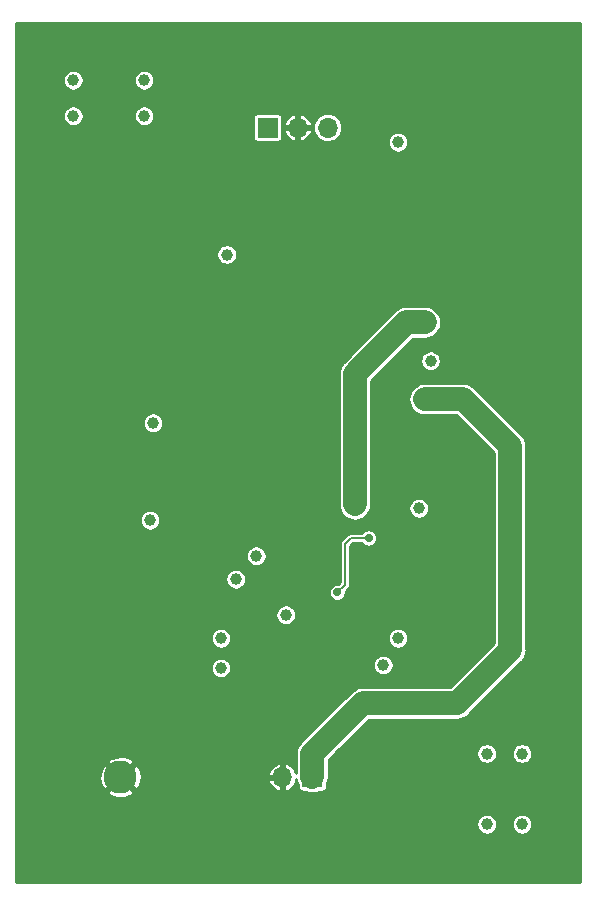
<source format=gbr>
G04 #@! TF.GenerationSoftware,KiCad,Pcbnew,5.1.4*
G04 #@! TF.CreationDate,2019-11-05T22:35:51-05:00*
G04 #@! TF.ProjectId,24_regulator_demo,32345f72-6567-4756-9c61-746f725f6465,rev?*
G04 #@! TF.SameCoordinates,Original*
G04 #@! TF.FileFunction,Copper,L2,Bot*
G04 #@! TF.FilePolarity,Positive*
%FSLAX46Y46*%
G04 Gerber Fmt 4.6, Leading zero omitted, Abs format (unit mm)*
G04 Created by KiCad (PCBNEW 5.1.4) date 2019-11-05 22:35:51*
%MOMM*%
%LPD*%
G04 APERTURE LIST*
%ADD10R,1.700000X1.700000*%
%ADD11O,1.700000X1.700000*%
%ADD12C,2.800000*%
%ADD13C,1.000000*%
%ADD14C,0.700000*%
%ADD15C,0.150000*%
%ADD16C,2.000000*%
%ADD17C,0.250000*%
G04 APERTURE END LIST*
D10*
X226250000Y-165000000D03*
D11*
X223710000Y-165000000D03*
D10*
X222460000Y-110000000D03*
D11*
X225000000Y-110000000D03*
X227540000Y-110000000D03*
D12*
X210000000Y-165000000D03*
D13*
X241000000Y-163000000D03*
X244000000Y-163000000D03*
X206000000Y-106000000D03*
X206000000Y-109000000D03*
X241000000Y-169000000D03*
X244000000Y-169000000D03*
X212000000Y-106000000D03*
X212000000Y-109000000D03*
X218500000Y-155750000D03*
X212750000Y-135000000D03*
X219000000Y-120750000D03*
X212500000Y-143250000D03*
X218500000Y-153250000D03*
X235250000Y-142250000D03*
X224000000Y-151250000D03*
X219750000Y-148250000D03*
X221500000Y-146250000D03*
X233500000Y-153250000D03*
X232250000Y-155500000D03*
X236250000Y-129750000D03*
X233500000Y-111250000D03*
D14*
X233250000Y-166000000D03*
X226100000Y-144900000D03*
X227000000Y-144900000D03*
X226100000Y-145700000D03*
X227000000Y-145700000D03*
X227900000Y-144900000D03*
X227900000Y-145700000D03*
X226100000Y-146500000D03*
X227000000Y-146500000D03*
X227900000Y-146500000D03*
X226100000Y-147300000D03*
X227000000Y-147300000D03*
X227900000Y-147300000D03*
X226100000Y-148100000D03*
X227000000Y-148100000D03*
X227900000Y-148100000D03*
X235900000Y-146800000D03*
X236700000Y-146800000D03*
X235100000Y-146800000D03*
X210250000Y-115500000D03*
X243000000Y-115500000D03*
X223750000Y-156000000D03*
X228250000Y-154000000D03*
X219241445Y-150241445D03*
X226250000Y-129000000D03*
X225250000Y-129000000D03*
X225250000Y-130000000D03*
X227250000Y-133750000D03*
X227250000Y-134750000D03*
X226250000Y-134750000D03*
X228000000Y-138750000D03*
X228000000Y-139750000D03*
X224500000Y-125500000D03*
X227000000Y-118500000D03*
X227000000Y-119500000D03*
X226000000Y-119500000D03*
X226000000Y-118500000D03*
X228000000Y-115000000D03*
X226250000Y-133750000D03*
X226250000Y-130000000D03*
X236500000Y-132500000D03*
X236500000Y-133500000D03*
X235500000Y-133500000D03*
X235500000Y-132500000D03*
X228350000Y-149350000D03*
X231000000Y-144750000D03*
X230250000Y-142250000D03*
X229500000Y-142250000D03*
X229500000Y-141500000D03*
X230250000Y-141500000D03*
X235300000Y-126100000D03*
X236100000Y-126100000D03*
X236100000Y-126900000D03*
X235300000Y-126900000D03*
D15*
X228350000Y-149350000D02*
X229000000Y-148700000D01*
X229000000Y-148700000D02*
X229000000Y-145250000D01*
X229000000Y-145250000D02*
X229500000Y-144750000D01*
X229500000Y-144750000D02*
X231000000Y-144750000D01*
D16*
X239000000Y-133000000D02*
X235750000Y-133000000D01*
X243000000Y-137000000D02*
X239000000Y-133000000D01*
X238500000Y-158750000D02*
X243000000Y-154250000D01*
X243000000Y-154250000D02*
X243000000Y-137000000D01*
X226250000Y-165000000D02*
X226250000Y-163000000D01*
X226250000Y-163000000D02*
X230500000Y-158750000D01*
X230500000Y-158750000D02*
X238500000Y-158750000D01*
X234200000Y-126500000D02*
X235750000Y-126500000D01*
X229850000Y-141900000D02*
X229850000Y-130850000D01*
X229850000Y-130850000D02*
X234200000Y-126500000D01*
D17*
G36*
X248875000Y-173875000D02*
G01*
X201125000Y-173875000D01*
X201125000Y-168913820D01*
X240125000Y-168913820D01*
X240125000Y-169086180D01*
X240158626Y-169255228D01*
X240224585Y-169414468D01*
X240320343Y-169557780D01*
X240442220Y-169679657D01*
X240585532Y-169775415D01*
X240744772Y-169841374D01*
X240913820Y-169875000D01*
X241086180Y-169875000D01*
X241255228Y-169841374D01*
X241414468Y-169775415D01*
X241557780Y-169679657D01*
X241679657Y-169557780D01*
X241775415Y-169414468D01*
X241841374Y-169255228D01*
X241875000Y-169086180D01*
X241875000Y-168913820D01*
X243125000Y-168913820D01*
X243125000Y-169086180D01*
X243158626Y-169255228D01*
X243224585Y-169414468D01*
X243320343Y-169557780D01*
X243442220Y-169679657D01*
X243585532Y-169775415D01*
X243744772Y-169841374D01*
X243913820Y-169875000D01*
X244086180Y-169875000D01*
X244255228Y-169841374D01*
X244414468Y-169775415D01*
X244557780Y-169679657D01*
X244679657Y-169557780D01*
X244775415Y-169414468D01*
X244841374Y-169255228D01*
X244875000Y-169086180D01*
X244875000Y-168913820D01*
X244841374Y-168744772D01*
X244775415Y-168585532D01*
X244679657Y-168442220D01*
X244557780Y-168320343D01*
X244414468Y-168224585D01*
X244255228Y-168158626D01*
X244086180Y-168125000D01*
X243913820Y-168125000D01*
X243744772Y-168158626D01*
X243585532Y-168224585D01*
X243442220Y-168320343D01*
X243320343Y-168442220D01*
X243224585Y-168585532D01*
X243158626Y-168744772D01*
X243125000Y-168913820D01*
X241875000Y-168913820D01*
X241841374Y-168744772D01*
X241775415Y-168585532D01*
X241679657Y-168442220D01*
X241557780Y-168320343D01*
X241414468Y-168224585D01*
X241255228Y-168158626D01*
X241086180Y-168125000D01*
X240913820Y-168125000D01*
X240744772Y-168158626D01*
X240585532Y-168224585D01*
X240442220Y-168320343D01*
X240320343Y-168442220D01*
X240224585Y-168585532D01*
X240158626Y-168744772D01*
X240125000Y-168913820D01*
X201125000Y-168913820D01*
X201125000Y-166280010D01*
X208896766Y-166280010D01*
X209055339Y-166512878D01*
X209368638Y-166668103D01*
X209706201Y-166759223D01*
X210055053Y-166782737D01*
X210401790Y-166737742D01*
X210733087Y-166625967D01*
X210944661Y-166512878D01*
X211103234Y-166280010D01*
X210000000Y-165176777D01*
X208896766Y-166280010D01*
X201125000Y-166280010D01*
X201125000Y-165055053D01*
X208217263Y-165055053D01*
X208262258Y-165401790D01*
X208374033Y-165733087D01*
X208487122Y-165944661D01*
X208719990Y-166103234D01*
X209823223Y-165000000D01*
X210176777Y-165000000D01*
X211280010Y-166103234D01*
X211512878Y-165944661D01*
X211668103Y-165631362D01*
X211753744Y-165314094D01*
X222525945Y-165314094D01*
X222609973Y-165539056D01*
X222736274Y-165743303D01*
X222899995Y-165918985D01*
X223094844Y-166059351D01*
X223313333Y-166159007D01*
X223395907Y-166184049D01*
X223585000Y-166124323D01*
X223585000Y-165125000D01*
X222585138Y-165125000D01*
X222525945Y-165314094D01*
X211753744Y-165314094D01*
X211759223Y-165293799D01*
X211782737Y-164944947D01*
X211749123Y-164685906D01*
X222525945Y-164685906D01*
X222585138Y-164875000D01*
X223585000Y-164875000D01*
X223585000Y-163875677D01*
X223835000Y-163875677D01*
X223835000Y-164875000D01*
X223855000Y-164875000D01*
X223855000Y-165125000D01*
X223835000Y-165125000D01*
X223835000Y-166124323D01*
X224024093Y-166184049D01*
X224106667Y-166159007D01*
X224325156Y-166059351D01*
X224520005Y-165918985D01*
X224683726Y-165743303D01*
X224810027Y-165539056D01*
X224894055Y-165314094D01*
X224834863Y-165125002D01*
X224880659Y-165125002D01*
X224894895Y-165269546D01*
X224973519Y-165528735D01*
X225023186Y-165621655D01*
X225023186Y-165850000D01*
X225030426Y-165923513D01*
X225051869Y-165994200D01*
X225086691Y-166059347D01*
X225133552Y-166116448D01*
X225190653Y-166163309D01*
X225255800Y-166198131D01*
X225326487Y-166219574D01*
X225400000Y-166226814D01*
X225628344Y-166226814D01*
X225721264Y-166276481D01*
X225980453Y-166355105D01*
X226250000Y-166381653D01*
X226519546Y-166355105D01*
X226778735Y-166276481D01*
X226871655Y-166226814D01*
X227100000Y-166226814D01*
X227173513Y-166219574D01*
X227244200Y-166198131D01*
X227309347Y-166163309D01*
X227366448Y-166116448D01*
X227413309Y-166059347D01*
X227448131Y-165994200D01*
X227469574Y-165923513D01*
X227476814Y-165850000D01*
X227476814Y-165621656D01*
X227526481Y-165528736D01*
X227605105Y-165269547D01*
X227625000Y-165067549D01*
X227625000Y-163569543D01*
X228280723Y-162913820D01*
X240125000Y-162913820D01*
X240125000Y-163086180D01*
X240158626Y-163255228D01*
X240224585Y-163414468D01*
X240320343Y-163557780D01*
X240442220Y-163679657D01*
X240585532Y-163775415D01*
X240744772Y-163841374D01*
X240913820Y-163875000D01*
X241086180Y-163875000D01*
X241255228Y-163841374D01*
X241414468Y-163775415D01*
X241557780Y-163679657D01*
X241679657Y-163557780D01*
X241775415Y-163414468D01*
X241841374Y-163255228D01*
X241875000Y-163086180D01*
X241875000Y-162913820D01*
X243125000Y-162913820D01*
X243125000Y-163086180D01*
X243158626Y-163255228D01*
X243224585Y-163414468D01*
X243320343Y-163557780D01*
X243442220Y-163679657D01*
X243585532Y-163775415D01*
X243744772Y-163841374D01*
X243913820Y-163875000D01*
X244086180Y-163875000D01*
X244255228Y-163841374D01*
X244414468Y-163775415D01*
X244557780Y-163679657D01*
X244679657Y-163557780D01*
X244775415Y-163414468D01*
X244841374Y-163255228D01*
X244875000Y-163086180D01*
X244875000Y-162913820D01*
X244841374Y-162744772D01*
X244775415Y-162585532D01*
X244679657Y-162442220D01*
X244557780Y-162320343D01*
X244414468Y-162224585D01*
X244255228Y-162158626D01*
X244086180Y-162125000D01*
X243913820Y-162125000D01*
X243744772Y-162158626D01*
X243585532Y-162224585D01*
X243442220Y-162320343D01*
X243320343Y-162442220D01*
X243224585Y-162585532D01*
X243158626Y-162744772D01*
X243125000Y-162913820D01*
X241875000Y-162913820D01*
X241841374Y-162744772D01*
X241775415Y-162585532D01*
X241679657Y-162442220D01*
X241557780Y-162320343D01*
X241414468Y-162224585D01*
X241255228Y-162158626D01*
X241086180Y-162125000D01*
X240913820Y-162125000D01*
X240744772Y-162158626D01*
X240585532Y-162224585D01*
X240442220Y-162320343D01*
X240320343Y-162442220D01*
X240224585Y-162585532D01*
X240158626Y-162744772D01*
X240125000Y-162913820D01*
X228280723Y-162913820D01*
X231069544Y-160125000D01*
X238432461Y-160125000D01*
X238500000Y-160131652D01*
X238567539Y-160125000D01*
X238567549Y-160125000D01*
X238769547Y-160105105D01*
X239028736Y-160026481D01*
X239267605Y-159898802D01*
X239476976Y-159726976D01*
X239520037Y-159674506D01*
X243924516Y-155270028D01*
X243976975Y-155226976D01*
X244020028Y-155174516D01*
X244020036Y-155174508D01*
X244148802Y-155017606D01*
X244276481Y-154778736D01*
X244276481Y-154778735D01*
X244355105Y-154519547D01*
X244375000Y-154317549D01*
X244375000Y-154317540D01*
X244381652Y-154250001D01*
X244375000Y-154182462D01*
X244375000Y-137067538D01*
X244381652Y-136999999D01*
X244375000Y-136932460D01*
X244375000Y-136932451D01*
X244355105Y-136730453D01*
X244276481Y-136471264D01*
X244148802Y-136232394D01*
X244020036Y-136075492D01*
X244020032Y-136075488D01*
X243976976Y-136023024D01*
X243924512Y-135979968D01*
X240020037Y-132075493D01*
X239976976Y-132023024D01*
X239767605Y-131851198D01*
X239528736Y-131723519D01*
X239269547Y-131644895D01*
X239067549Y-131625000D01*
X239067539Y-131625000D01*
X239000000Y-131618348D01*
X238932461Y-131625000D01*
X235682451Y-131625000D01*
X235480453Y-131644895D01*
X235221264Y-131723519D01*
X234982395Y-131851198D01*
X234773024Y-132023024D01*
X234601198Y-132232395D01*
X234473519Y-132471264D01*
X234394895Y-132730453D01*
X234368347Y-133000000D01*
X234394895Y-133269547D01*
X234473519Y-133528736D01*
X234601198Y-133767605D01*
X234773024Y-133976976D01*
X234982395Y-134148802D01*
X235221264Y-134276481D01*
X235480453Y-134355105D01*
X235682451Y-134375000D01*
X238430457Y-134375000D01*
X241625001Y-137569545D01*
X241625000Y-153680456D01*
X237930457Y-157375000D01*
X230567539Y-157375000D01*
X230500000Y-157368348D01*
X230432461Y-157375000D01*
X230432451Y-157375000D01*
X230230453Y-157394895D01*
X229971264Y-157473519D01*
X229732394Y-157601198D01*
X229575492Y-157729964D01*
X229575488Y-157729968D01*
X229523024Y-157773024D01*
X229479968Y-157825488D01*
X225325489Y-161979968D01*
X225273025Y-162023024D01*
X225229969Y-162075488D01*
X225229964Y-162075493D01*
X225101198Y-162232395D01*
X224973519Y-162471265D01*
X224894896Y-162730454D01*
X224868348Y-163000000D01*
X224875001Y-163067548D01*
X224875000Y-164634892D01*
X224810027Y-164460944D01*
X224683726Y-164256697D01*
X224520005Y-164081015D01*
X224325156Y-163940649D01*
X224106667Y-163840993D01*
X224024093Y-163815951D01*
X223835000Y-163875677D01*
X223585000Y-163875677D01*
X223395907Y-163815951D01*
X223313333Y-163840993D01*
X223094844Y-163940649D01*
X222899995Y-164081015D01*
X222736274Y-164256697D01*
X222609973Y-164460944D01*
X222525945Y-164685906D01*
X211749123Y-164685906D01*
X211737742Y-164598210D01*
X211625967Y-164266913D01*
X211512878Y-164055339D01*
X211280010Y-163896766D01*
X210176777Y-165000000D01*
X209823223Y-165000000D01*
X208719990Y-163896766D01*
X208487122Y-164055339D01*
X208331897Y-164368638D01*
X208240777Y-164706201D01*
X208217263Y-165055053D01*
X201125000Y-165055053D01*
X201125000Y-163719990D01*
X208896766Y-163719990D01*
X210000000Y-164823223D01*
X211103234Y-163719990D01*
X210944661Y-163487122D01*
X210631362Y-163331897D01*
X210293799Y-163240777D01*
X209944947Y-163217263D01*
X209598210Y-163262258D01*
X209266913Y-163374033D01*
X209055339Y-163487122D01*
X208896766Y-163719990D01*
X201125000Y-163719990D01*
X201125000Y-155663820D01*
X217625000Y-155663820D01*
X217625000Y-155836180D01*
X217658626Y-156005228D01*
X217724585Y-156164468D01*
X217820343Y-156307780D01*
X217942220Y-156429657D01*
X218085532Y-156525415D01*
X218244772Y-156591374D01*
X218413820Y-156625000D01*
X218586180Y-156625000D01*
X218755228Y-156591374D01*
X218914468Y-156525415D01*
X219057780Y-156429657D01*
X219179657Y-156307780D01*
X219275415Y-156164468D01*
X219341374Y-156005228D01*
X219375000Y-155836180D01*
X219375000Y-155663820D01*
X219341374Y-155494772D01*
X219307843Y-155413820D01*
X231375000Y-155413820D01*
X231375000Y-155586180D01*
X231408626Y-155755228D01*
X231474585Y-155914468D01*
X231570343Y-156057780D01*
X231692220Y-156179657D01*
X231835532Y-156275415D01*
X231994772Y-156341374D01*
X232163820Y-156375000D01*
X232336180Y-156375000D01*
X232505228Y-156341374D01*
X232664468Y-156275415D01*
X232807780Y-156179657D01*
X232929657Y-156057780D01*
X233025415Y-155914468D01*
X233091374Y-155755228D01*
X233125000Y-155586180D01*
X233125000Y-155413820D01*
X233091374Y-155244772D01*
X233025415Y-155085532D01*
X232929657Y-154942220D01*
X232807780Y-154820343D01*
X232664468Y-154724585D01*
X232505228Y-154658626D01*
X232336180Y-154625000D01*
X232163820Y-154625000D01*
X231994772Y-154658626D01*
X231835532Y-154724585D01*
X231692220Y-154820343D01*
X231570343Y-154942220D01*
X231474585Y-155085532D01*
X231408626Y-155244772D01*
X231375000Y-155413820D01*
X219307843Y-155413820D01*
X219275415Y-155335532D01*
X219179657Y-155192220D01*
X219057780Y-155070343D01*
X218914468Y-154974585D01*
X218755228Y-154908626D01*
X218586180Y-154875000D01*
X218413820Y-154875000D01*
X218244772Y-154908626D01*
X218085532Y-154974585D01*
X217942220Y-155070343D01*
X217820343Y-155192220D01*
X217724585Y-155335532D01*
X217658626Y-155494772D01*
X217625000Y-155663820D01*
X201125000Y-155663820D01*
X201125000Y-153163820D01*
X217625000Y-153163820D01*
X217625000Y-153336180D01*
X217658626Y-153505228D01*
X217724585Y-153664468D01*
X217820343Y-153807780D01*
X217942220Y-153929657D01*
X218085532Y-154025415D01*
X218244772Y-154091374D01*
X218413820Y-154125000D01*
X218586180Y-154125000D01*
X218755228Y-154091374D01*
X218914468Y-154025415D01*
X219057780Y-153929657D01*
X219179657Y-153807780D01*
X219275415Y-153664468D01*
X219341374Y-153505228D01*
X219375000Y-153336180D01*
X219375000Y-153163820D01*
X232625000Y-153163820D01*
X232625000Y-153336180D01*
X232658626Y-153505228D01*
X232724585Y-153664468D01*
X232820343Y-153807780D01*
X232942220Y-153929657D01*
X233085532Y-154025415D01*
X233244772Y-154091374D01*
X233413820Y-154125000D01*
X233586180Y-154125000D01*
X233755228Y-154091374D01*
X233914468Y-154025415D01*
X234057780Y-153929657D01*
X234179657Y-153807780D01*
X234275415Y-153664468D01*
X234341374Y-153505228D01*
X234375000Y-153336180D01*
X234375000Y-153163820D01*
X234341374Y-152994772D01*
X234275415Y-152835532D01*
X234179657Y-152692220D01*
X234057780Y-152570343D01*
X233914468Y-152474585D01*
X233755228Y-152408626D01*
X233586180Y-152375000D01*
X233413820Y-152375000D01*
X233244772Y-152408626D01*
X233085532Y-152474585D01*
X232942220Y-152570343D01*
X232820343Y-152692220D01*
X232724585Y-152835532D01*
X232658626Y-152994772D01*
X232625000Y-153163820D01*
X219375000Y-153163820D01*
X219341374Y-152994772D01*
X219275415Y-152835532D01*
X219179657Y-152692220D01*
X219057780Y-152570343D01*
X218914468Y-152474585D01*
X218755228Y-152408626D01*
X218586180Y-152375000D01*
X218413820Y-152375000D01*
X218244772Y-152408626D01*
X218085532Y-152474585D01*
X217942220Y-152570343D01*
X217820343Y-152692220D01*
X217724585Y-152835532D01*
X217658626Y-152994772D01*
X217625000Y-153163820D01*
X201125000Y-153163820D01*
X201125000Y-151163820D01*
X223125000Y-151163820D01*
X223125000Y-151336180D01*
X223158626Y-151505228D01*
X223224585Y-151664468D01*
X223320343Y-151807780D01*
X223442220Y-151929657D01*
X223585532Y-152025415D01*
X223744772Y-152091374D01*
X223913820Y-152125000D01*
X224086180Y-152125000D01*
X224255228Y-152091374D01*
X224414468Y-152025415D01*
X224557780Y-151929657D01*
X224679657Y-151807780D01*
X224775415Y-151664468D01*
X224841374Y-151505228D01*
X224875000Y-151336180D01*
X224875000Y-151163820D01*
X224841374Y-150994772D01*
X224775415Y-150835532D01*
X224679657Y-150692220D01*
X224557780Y-150570343D01*
X224414468Y-150474585D01*
X224255228Y-150408626D01*
X224086180Y-150375000D01*
X223913820Y-150375000D01*
X223744772Y-150408626D01*
X223585532Y-150474585D01*
X223442220Y-150570343D01*
X223320343Y-150692220D01*
X223224585Y-150835532D01*
X223158626Y-150994772D01*
X223125000Y-151163820D01*
X201125000Y-151163820D01*
X201125000Y-149278594D01*
X227625000Y-149278594D01*
X227625000Y-149421406D01*
X227652861Y-149561475D01*
X227707513Y-149693416D01*
X227786856Y-149812161D01*
X227887839Y-149913144D01*
X228006584Y-149992487D01*
X228138525Y-150047139D01*
X228278594Y-150075000D01*
X228421406Y-150075000D01*
X228561475Y-150047139D01*
X228693416Y-149992487D01*
X228812161Y-149913144D01*
X228913144Y-149812161D01*
X228992487Y-149693416D01*
X229047139Y-149561475D01*
X229075000Y-149421406D01*
X229075000Y-149278594D01*
X229072147Y-149264249D01*
X229302573Y-149033823D01*
X229319737Y-149019737D01*
X229333824Y-149002572D01*
X229333828Y-149002568D01*
X229375971Y-148951217D01*
X229417757Y-148873041D01*
X229417757Y-148873040D01*
X229443489Y-148788215D01*
X229450000Y-148722105D01*
X229450000Y-148722094D01*
X229452176Y-148700000D01*
X229450000Y-148677906D01*
X229450000Y-145436395D01*
X229686396Y-145200000D01*
X230428730Y-145200000D01*
X230436856Y-145212161D01*
X230537839Y-145313144D01*
X230656584Y-145392487D01*
X230788525Y-145447139D01*
X230928594Y-145475000D01*
X231071406Y-145475000D01*
X231211475Y-145447139D01*
X231343416Y-145392487D01*
X231462161Y-145313144D01*
X231563144Y-145212161D01*
X231642487Y-145093416D01*
X231697139Y-144961475D01*
X231725000Y-144821406D01*
X231725000Y-144678594D01*
X231697139Y-144538525D01*
X231642487Y-144406584D01*
X231563144Y-144287839D01*
X231462161Y-144186856D01*
X231343416Y-144107513D01*
X231211475Y-144052861D01*
X231071406Y-144025000D01*
X230928594Y-144025000D01*
X230788525Y-144052861D01*
X230656584Y-144107513D01*
X230537839Y-144186856D01*
X230436856Y-144287839D01*
X230428730Y-144300000D01*
X229522094Y-144300000D01*
X229500000Y-144297824D01*
X229477906Y-144300000D01*
X229477895Y-144300000D01*
X229411785Y-144306511D01*
X229326959Y-144332243D01*
X229248783Y-144374029D01*
X229197432Y-144416172D01*
X229197428Y-144416176D01*
X229180263Y-144430263D01*
X229166176Y-144447428D01*
X228697429Y-144916176D01*
X228680264Y-144930263D01*
X228666177Y-144947428D01*
X228666172Y-144947433D01*
X228624029Y-144998784D01*
X228582243Y-145076960D01*
X228556512Y-145161785D01*
X228547824Y-145250000D01*
X228550001Y-145272104D01*
X228550000Y-148513604D01*
X228435751Y-148627853D01*
X228421406Y-148625000D01*
X228278594Y-148625000D01*
X228138525Y-148652861D01*
X228006584Y-148707513D01*
X227887839Y-148786856D01*
X227786856Y-148887839D01*
X227707513Y-149006584D01*
X227652861Y-149138525D01*
X227625000Y-149278594D01*
X201125000Y-149278594D01*
X201125000Y-148163820D01*
X218875000Y-148163820D01*
X218875000Y-148336180D01*
X218908626Y-148505228D01*
X218974585Y-148664468D01*
X219070343Y-148807780D01*
X219192220Y-148929657D01*
X219335532Y-149025415D01*
X219494772Y-149091374D01*
X219663820Y-149125000D01*
X219836180Y-149125000D01*
X220005228Y-149091374D01*
X220164468Y-149025415D01*
X220307780Y-148929657D01*
X220429657Y-148807780D01*
X220525415Y-148664468D01*
X220591374Y-148505228D01*
X220625000Y-148336180D01*
X220625000Y-148163820D01*
X220591374Y-147994772D01*
X220525415Y-147835532D01*
X220429657Y-147692220D01*
X220307780Y-147570343D01*
X220164468Y-147474585D01*
X220005228Y-147408626D01*
X219836180Y-147375000D01*
X219663820Y-147375000D01*
X219494772Y-147408626D01*
X219335532Y-147474585D01*
X219192220Y-147570343D01*
X219070343Y-147692220D01*
X218974585Y-147835532D01*
X218908626Y-147994772D01*
X218875000Y-148163820D01*
X201125000Y-148163820D01*
X201125000Y-146163820D01*
X220625000Y-146163820D01*
X220625000Y-146336180D01*
X220658626Y-146505228D01*
X220724585Y-146664468D01*
X220820343Y-146807780D01*
X220942220Y-146929657D01*
X221085532Y-147025415D01*
X221244772Y-147091374D01*
X221413820Y-147125000D01*
X221586180Y-147125000D01*
X221755228Y-147091374D01*
X221914468Y-147025415D01*
X222057780Y-146929657D01*
X222179657Y-146807780D01*
X222275415Y-146664468D01*
X222341374Y-146505228D01*
X222375000Y-146336180D01*
X222375000Y-146163820D01*
X222341374Y-145994772D01*
X222275415Y-145835532D01*
X222179657Y-145692220D01*
X222057780Y-145570343D01*
X221914468Y-145474585D01*
X221755228Y-145408626D01*
X221586180Y-145375000D01*
X221413820Y-145375000D01*
X221244772Y-145408626D01*
X221085532Y-145474585D01*
X220942220Y-145570343D01*
X220820343Y-145692220D01*
X220724585Y-145835532D01*
X220658626Y-145994772D01*
X220625000Y-146163820D01*
X201125000Y-146163820D01*
X201125000Y-143163820D01*
X211625000Y-143163820D01*
X211625000Y-143336180D01*
X211658626Y-143505228D01*
X211724585Y-143664468D01*
X211820343Y-143807780D01*
X211942220Y-143929657D01*
X212085532Y-144025415D01*
X212244772Y-144091374D01*
X212413820Y-144125000D01*
X212586180Y-144125000D01*
X212755228Y-144091374D01*
X212914468Y-144025415D01*
X213057780Y-143929657D01*
X213179657Y-143807780D01*
X213275415Y-143664468D01*
X213341374Y-143505228D01*
X213375000Y-143336180D01*
X213375000Y-143163820D01*
X213341374Y-142994772D01*
X213275415Y-142835532D01*
X213179657Y-142692220D01*
X213057780Y-142570343D01*
X212914468Y-142474585D01*
X212755228Y-142408626D01*
X212586180Y-142375000D01*
X212413820Y-142375000D01*
X212244772Y-142408626D01*
X212085532Y-142474585D01*
X211942220Y-142570343D01*
X211820343Y-142692220D01*
X211724585Y-142835532D01*
X211658626Y-142994772D01*
X211625000Y-143163820D01*
X201125000Y-143163820D01*
X201125000Y-134913820D01*
X211875000Y-134913820D01*
X211875000Y-135086180D01*
X211908626Y-135255228D01*
X211974585Y-135414468D01*
X212070343Y-135557780D01*
X212192220Y-135679657D01*
X212335532Y-135775415D01*
X212494772Y-135841374D01*
X212663820Y-135875000D01*
X212836180Y-135875000D01*
X213005228Y-135841374D01*
X213164468Y-135775415D01*
X213307780Y-135679657D01*
X213429657Y-135557780D01*
X213525415Y-135414468D01*
X213591374Y-135255228D01*
X213625000Y-135086180D01*
X213625000Y-134913820D01*
X213591374Y-134744772D01*
X213525415Y-134585532D01*
X213429657Y-134442220D01*
X213307780Y-134320343D01*
X213164468Y-134224585D01*
X213005228Y-134158626D01*
X212836180Y-134125000D01*
X212663820Y-134125000D01*
X212494772Y-134158626D01*
X212335532Y-134224585D01*
X212192220Y-134320343D01*
X212070343Y-134442220D01*
X211974585Y-134585532D01*
X211908626Y-134744772D01*
X211875000Y-134913820D01*
X201125000Y-134913820D01*
X201125000Y-130850000D01*
X228468348Y-130850000D01*
X228475001Y-130917549D01*
X228475000Y-141967548D01*
X228494895Y-142169546D01*
X228573519Y-142428735D01*
X228701198Y-142667604D01*
X228873024Y-142876975D01*
X229082395Y-143048802D01*
X229321264Y-143176481D01*
X229580453Y-143255105D01*
X229850000Y-143281653D01*
X230119546Y-143255105D01*
X230378735Y-143176481D01*
X230617604Y-143048802D01*
X230826975Y-142876976D01*
X230998802Y-142667605D01*
X231126481Y-142428736D01*
X231205105Y-142169547D01*
X231205669Y-142163820D01*
X234375000Y-142163820D01*
X234375000Y-142336180D01*
X234408626Y-142505228D01*
X234474585Y-142664468D01*
X234570343Y-142807780D01*
X234692220Y-142929657D01*
X234835532Y-143025415D01*
X234994772Y-143091374D01*
X235163820Y-143125000D01*
X235336180Y-143125000D01*
X235505228Y-143091374D01*
X235664468Y-143025415D01*
X235807780Y-142929657D01*
X235929657Y-142807780D01*
X236025415Y-142664468D01*
X236091374Y-142505228D01*
X236125000Y-142336180D01*
X236125000Y-142163820D01*
X236091374Y-141994772D01*
X236025415Y-141835532D01*
X235929657Y-141692220D01*
X235807780Y-141570343D01*
X235664468Y-141474585D01*
X235505228Y-141408626D01*
X235336180Y-141375000D01*
X235163820Y-141375000D01*
X234994772Y-141408626D01*
X234835532Y-141474585D01*
X234692220Y-141570343D01*
X234570343Y-141692220D01*
X234474585Y-141835532D01*
X234408626Y-141994772D01*
X234375000Y-142163820D01*
X231205669Y-142163820D01*
X231225000Y-141967549D01*
X231225000Y-131419543D01*
X232980723Y-129663820D01*
X235375000Y-129663820D01*
X235375000Y-129836180D01*
X235408626Y-130005228D01*
X235474585Y-130164468D01*
X235570343Y-130307780D01*
X235692220Y-130429657D01*
X235835532Y-130525415D01*
X235994772Y-130591374D01*
X236163820Y-130625000D01*
X236336180Y-130625000D01*
X236505228Y-130591374D01*
X236664468Y-130525415D01*
X236807780Y-130429657D01*
X236929657Y-130307780D01*
X237025415Y-130164468D01*
X237091374Y-130005228D01*
X237125000Y-129836180D01*
X237125000Y-129663820D01*
X237091374Y-129494772D01*
X237025415Y-129335532D01*
X236929657Y-129192220D01*
X236807780Y-129070343D01*
X236664468Y-128974585D01*
X236505228Y-128908626D01*
X236336180Y-128875000D01*
X236163820Y-128875000D01*
X235994772Y-128908626D01*
X235835532Y-128974585D01*
X235692220Y-129070343D01*
X235570343Y-129192220D01*
X235474585Y-129335532D01*
X235408626Y-129494772D01*
X235375000Y-129663820D01*
X232980723Y-129663820D01*
X234769544Y-127875000D01*
X235817549Y-127875000D01*
X236019547Y-127855105D01*
X236278736Y-127776481D01*
X236517605Y-127648802D01*
X236726976Y-127476976D01*
X236898802Y-127267605D01*
X237026481Y-127028736D01*
X237105105Y-126769547D01*
X237131653Y-126500000D01*
X237105105Y-126230453D01*
X237026481Y-125971264D01*
X236898802Y-125732395D01*
X236726976Y-125523024D01*
X236517605Y-125351198D01*
X236278736Y-125223519D01*
X236019547Y-125144895D01*
X235817549Y-125125000D01*
X234267539Y-125125000D01*
X234200000Y-125118348D01*
X234132461Y-125125000D01*
X234132451Y-125125000D01*
X233930453Y-125144895D01*
X233671264Y-125223519D01*
X233432394Y-125351198D01*
X233275492Y-125479964D01*
X233275488Y-125479968D01*
X233223024Y-125523024D01*
X233179968Y-125575488D01*
X228925489Y-129829968D01*
X228873025Y-129873024D01*
X228829969Y-129925488D01*
X228829964Y-129925493D01*
X228701198Y-130082395D01*
X228573519Y-130321265D01*
X228494896Y-130580454D01*
X228468348Y-130850000D01*
X201125000Y-130850000D01*
X201125000Y-120663820D01*
X218125000Y-120663820D01*
X218125000Y-120836180D01*
X218158626Y-121005228D01*
X218224585Y-121164468D01*
X218320343Y-121307780D01*
X218442220Y-121429657D01*
X218585532Y-121525415D01*
X218744772Y-121591374D01*
X218913820Y-121625000D01*
X219086180Y-121625000D01*
X219255228Y-121591374D01*
X219414468Y-121525415D01*
X219557780Y-121429657D01*
X219679657Y-121307780D01*
X219775415Y-121164468D01*
X219841374Y-121005228D01*
X219875000Y-120836180D01*
X219875000Y-120663820D01*
X219841374Y-120494772D01*
X219775415Y-120335532D01*
X219679657Y-120192220D01*
X219557780Y-120070343D01*
X219414468Y-119974585D01*
X219255228Y-119908626D01*
X219086180Y-119875000D01*
X218913820Y-119875000D01*
X218744772Y-119908626D01*
X218585532Y-119974585D01*
X218442220Y-120070343D01*
X218320343Y-120192220D01*
X218224585Y-120335532D01*
X218158626Y-120494772D01*
X218125000Y-120663820D01*
X201125000Y-120663820D01*
X201125000Y-108913820D01*
X205125000Y-108913820D01*
X205125000Y-109086180D01*
X205158626Y-109255228D01*
X205224585Y-109414468D01*
X205320343Y-109557780D01*
X205442220Y-109679657D01*
X205585532Y-109775415D01*
X205744772Y-109841374D01*
X205913820Y-109875000D01*
X206086180Y-109875000D01*
X206255228Y-109841374D01*
X206414468Y-109775415D01*
X206557780Y-109679657D01*
X206679657Y-109557780D01*
X206775415Y-109414468D01*
X206841374Y-109255228D01*
X206875000Y-109086180D01*
X206875000Y-108913820D01*
X211125000Y-108913820D01*
X211125000Y-109086180D01*
X211158626Y-109255228D01*
X211224585Y-109414468D01*
X211320343Y-109557780D01*
X211442220Y-109679657D01*
X211585532Y-109775415D01*
X211744772Y-109841374D01*
X211913820Y-109875000D01*
X212086180Y-109875000D01*
X212255228Y-109841374D01*
X212414468Y-109775415D01*
X212557780Y-109679657D01*
X212679657Y-109557780D01*
X212775415Y-109414468D01*
X212841374Y-109255228D01*
X212862305Y-109150000D01*
X221233186Y-109150000D01*
X221233186Y-110850000D01*
X221240426Y-110923513D01*
X221261869Y-110994200D01*
X221296691Y-111059347D01*
X221343552Y-111116448D01*
X221400653Y-111163309D01*
X221465800Y-111198131D01*
X221536487Y-111219574D01*
X221610000Y-111226814D01*
X223310000Y-111226814D01*
X223383513Y-111219574D01*
X223454200Y-111198131D01*
X223519347Y-111163309D01*
X223576448Y-111116448D01*
X223623309Y-111059347D01*
X223658131Y-110994200D01*
X223679574Y-110923513D01*
X223686814Y-110850000D01*
X223686814Y-110314094D01*
X223815945Y-110314094D01*
X223899973Y-110539056D01*
X224026274Y-110743303D01*
X224189995Y-110918985D01*
X224384844Y-111059351D01*
X224603333Y-111159007D01*
X224685907Y-111184049D01*
X224875000Y-111124323D01*
X224875000Y-110125000D01*
X225125000Y-110125000D01*
X225125000Y-111124323D01*
X225314093Y-111184049D01*
X225396667Y-111159007D01*
X225615156Y-111059351D01*
X225810005Y-110918985D01*
X225973726Y-110743303D01*
X226100027Y-110539056D01*
X226184055Y-110314094D01*
X226124862Y-110125000D01*
X225125000Y-110125000D01*
X224875000Y-110125000D01*
X223875138Y-110125000D01*
X223815945Y-110314094D01*
X223686814Y-110314094D01*
X223686814Y-110000000D01*
X226309073Y-110000000D01*
X226332725Y-110240142D01*
X226402772Y-110471055D01*
X226516522Y-110683866D01*
X226669603Y-110870397D01*
X226856134Y-111023478D01*
X227068945Y-111137228D01*
X227299858Y-111207275D01*
X227479822Y-111225000D01*
X227600178Y-111225000D01*
X227780142Y-111207275D01*
X227923393Y-111163820D01*
X232625000Y-111163820D01*
X232625000Y-111336180D01*
X232658626Y-111505228D01*
X232724585Y-111664468D01*
X232820343Y-111807780D01*
X232942220Y-111929657D01*
X233085532Y-112025415D01*
X233244772Y-112091374D01*
X233413820Y-112125000D01*
X233586180Y-112125000D01*
X233755228Y-112091374D01*
X233914468Y-112025415D01*
X234057780Y-111929657D01*
X234179657Y-111807780D01*
X234275415Y-111664468D01*
X234341374Y-111505228D01*
X234375000Y-111336180D01*
X234375000Y-111163820D01*
X234341374Y-110994772D01*
X234275415Y-110835532D01*
X234179657Y-110692220D01*
X234057780Y-110570343D01*
X233914468Y-110474585D01*
X233755228Y-110408626D01*
X233586180Y-110375000D01*
X233413820Y-110375000D01*
X233244772Y-110408626D01*
X233085532Y-110474585D01*
X232942220Y-110570343D01*
X232820343Y-110692220D01*
X232724585Y-110835532D01*
X232658626Y-110994772D01*
X232625000Y-111163820D01*
X227923393Y-111163820D01*
X228011055Y-111137228D01*
X228223866Y-111023478D01*
X228410397Y-110870397D01*
X228563478Y-110683866D01*
X228677228Y-110471055D01*
X228747275Y-110240142D01*
X228770927Y-110000000D01*
X228747275Y-109759858D01*
X228677228Y-109528945D01*
X228563478Y-109316134D01*
X228410397Y-109129603D01*
X228223866Y-108976522D01*
X228011055Y-108862772D01*
X227780142Y-108792725D01*
X227600178Y-108775000D01*
X227479822Y-108775000D01*
X227299858Y-108792725D01*
X227068945Y-108862772D01*
X226856134Y-108976522D01*
X226669603Y-109129603D01*
X226516522Y-109316134D01*
X226402772Y-109528945D01*
X226332725Y-109759858D01*
X226309073Y-110000000D01*
X223686814Y-110000000D01*
X223686814Y-109685906D01*
X223815945Y-109685906D01*
X223875138Y-109875000D01*
X224875000Y-109875000D01*
X224875000Y-108875677D01*
X225125000Y-108875677D01*
X225125000Y-109875000D01*
X226124862Y-109875000D01*
X226184055Y-109685906D01*
X226100027Y-109460944D01*
X225973726Y-109256697D01*
X225810005Y-109081015D01*
X225615156Y-108940649D01*
X225396667Y-108840993D01*
X225314093Y-108815951D01*
X225125000Y-108875677D01*
X224875000Y-108875677D01*
X224685907Y-108815951D01*
X224603333Y-108840993D01*
X224384844Y-108940649D01*
X224189995Y-109081015D01*
X224026274Y-109256697D01*
X223899973Y-109460944D01*
X223815945Y-109685906D01*
X223686814Y-109685906D01*
X223686814Y-109150000D01*
X223679574Y-109076487D01*
X223658131Y-109005800D01*
X223623309Y-108940653D01*
X223576448Y-108883552D01*
X223519347Y-108836691D01*
X223454200Y-108801869D01*
X223383513Y-108780426D01*
X223310000Y-108773186D01*
X221610000Y-108773186D01*
X221536487Y-108780426D01*
X221465800Y-108801869D01*
X221400653Y-108836691D01*
X221343552Y-108883552D01*
X221296691Y-108940653D01*
X221261869Y-109005800D01*
X221240426Y-109076487D01*
X221233186Y-109150000D01*
X212862305Y-109150000D01*
X212875000Y-109086180D01*
X212875000Y-108913820D01*
X212841374Y-108744772D01*
X212775415Y-108585532D01*
X212679657Y-108442220D01*
X212557780Y-108320343D01*
X212414468Y-108224585D01*
X212255228Y-108158626D01*
X212086180Y-108125000D01*
X211913820Y-108125000D01*
X211744772Y-108158626D01*
X211585532Y-108224585D01*
X211442220Y-108320343D01*
X211320343Y-108442220D01*
X211224585Y-108585532D01*
X211158626Y-108744772D01*
X211125000Y-108913820D01*
X206875000Y-108913820D01*
X206841374Y-108744772D01*
X206775415Y-108585532D01*
X206679657Y-108442220D01*
X206557780Y-108320343D01*
X206414468Y-108224585D01*
X206255228Y-108158626D01*
X206086180Y-108125000D01*
X205913820Y-108125000D01*
X205744772Y-108158626D01*
X205585532Y-108224585D01*
X205442220Y-108320343D01*
X205320343Y-108442220D01*
X205224585Y-108585532D01*
X205158626Y-108744772D01*
X205125000Y-108913820D01*
X201125000Y-108913820D01*
X201125000Y-105913820D01*
X205125000Y-105913820D01*
X205125000Y-106086180D01*
X205158626Y-106255228D01*
X205224585Y-106414468D01*
X205320343Y-106557780D01*
X205442220Y-106679657D01*
X205585532Y-106775415D01*
X205744772Y-106841374D01*
X205913820Y-106875000D01*
X206086180Y-106875000D01*
X206255228Y-106841374D01*
X206414468Y-106775415D01*
X206557780Y-106679657D01*
X206679657Y-106557780D01*
X206775415Y-106414468D01*
X206841374Y-106255228D01*
X206875000Y-106086180D01*
X206875000Y-105913820D01*
X211125000Y-105913820D01*
X211125000Y-106086180D01*
X211158626Y-106255228D01*
X211224585Y-106414468D01*
X211320343Y-106557780D01*
X211442220Y-106679657D01*
X211585532Y-106775415D01*
X211744772Y-106841374D01*
X211913820Y-106875000D01*
X212086180Y-106875000D01*
X212255228Y-106841374D01*
X212414468Y-106775415D01*
X212557780Y-106679657D01*
X212679657Y-106557780D01*
X212775415Y-106414468D01*
X212841374Y-106255228D01*
X212875000Y-106086180D01*
X212875000Y-105913820D01*
X212841374Y-105744772D01*
X212775415Y-105585532D01*
X212679657Y-105442220D01*
X212557780Y-105320343D01*
X212414468Y-105224585D01*
X212255228Y-105158626D01*
X212086180Y-105125000D01*
X211913820Y-105125000D01*
X211744772Y-105158626D01*
X211585532Y-105224585D01*
X211442220Y-105320343D01*
X211320343Y-105442220D01*
X211224585Y-105585532D01*
X211158626Y-105744772D01*
X211125000Y-105913820D01*
X206875000Y-105913820D01*
X206841374Y-105744772D01*
X206775415Y-105585532D01*
X206679657Y-105442220D01*
X206557780Y-105320343D01*
X206414468Y-105224585D01*
X206255228Y-105158626D01*
X206086180Y-105125000D01*
X205913820Y-105125000D01*
X205744772Y-105158626D01*
X205585532Y-105224585D01*
X205442220Y-105320343D01*
X205320343Y-105442220D01*
X205224585Y-105585532D01*
X205158626Y-105744772D01*
X205125000Y-105913820D01*
X201125000Y-105913820D01*
X201125000Y-101125000D01*
X248875000Y-101125000D01*
X248875000Y-173875000D01*
X248875000Y-173875000D01*
G37*
X248875000Y-173875000D02*
X201125000Y-173875000D01*
X201125000Y-168913820D01*
X240125000Y-168913820D01*
X240125000Y-169086180D01*
X240158626Y-169255228D01*
X240224585Y-169414468D01*
X240320343Y-169557780D01*
X240442220Y-169679657D01*
X240585532Y-169775415D01*
X240744772Y-169841374D01*
X240913820Y-169875000D01*
X241086180Y-169875000D01*
X241255228Y-169841374D01*
X241414468Y-169775415D01*
X241557780Y-169679657D01*
X241679657Y-169557780D01*
X241775415Y-169414468D01*
X241841374Y-169255228D01*
X241875000Y-169086180D01*
X241875000Y-168913820D01*
X243125000Y-168913820D01*
X243125000Y-169086180D01*
X243158626Y-169255228D01*
X243224585Y-169414468D01*
X243320343Y-169557780D01*
X243442220Y-169679657D01*
X243585532Y-169775415D01*
X243744772Y-169841374D01*
X243913820Y-169875000D01*
X244086180Y-169875000D01*
X244255228Y-169841374D01*
X244414468Y-169775415D01*
X244557780Y-169679657D01*
X244679657Y-169557780D01*
X244775415Y-169414468D01*
X244841374Y-169255228D01*
X244875000Y-169086180D01*
X244875000Y-168913820D01*
X244841374Y-168744772D01*
X244775415Y-168585532D01*
X244679657Y-168442220D01*
X244557780Y-168320343D01*
X244414468Y-168224585D01*
X244255228Y-168158626D01*
X244086180Y-168125000D01*
X243913820Y-168125000D01*
X243744772Y-168158626D01*
X243585532Y-168224585D01*
X243442220Y-168320343D01*
X243320343Y-168442220D01*
X243224585Y-168585532D01*
X243158626Y-168744772D01*
X243125000Y-168913820D01*
X241875000Y-168913820D01*
X241841374Y-168744772D01*
X241775415Y-168585532D01*
X241679657Y-168442220D01*
X241557780Y-168320343D01*
X241414468Y-168224585D01*
X241255228Y-168158626D01*
X241086180Y-168125000D01*
X240913820Y-168125000D01*
X240744772Y-168158626D01*
X240585532Y-168224585D01*
X240442220Y-168320343D01*
X240320343Y-168442220D01*
X240224585Y-168585532D01*
X240158626Y-168744772D01*
X240125000Y-168913820D01*
X201125000Y-168913820D01*
X201125000Y-166280010D01*
X208896766Y-166280010D01*
X209055339Y-166512878D01*
X209368638Y-166668103D01*
X209706201Y-166759223D01*
X210055053Y-166782737D01*
X210401790Y-166737742D01*
X210733087Y-166625967D01*
X210944661Y-166512878D01*
X211103234Y-166280010D01*
X210000000Y-165176777D01*
X208896766Y-166280010D01*
X201125000Y-166280010D01*
X201125000Y-165055053D01*
X208217263Y-165055053D01*
X208262258Y-165401790D01*
X208374033Y-165733087D01*
X208487122Y-165944661D01*
X208719990Y-166103234D01*
X209823223Y-165000000D01*
X210176777Y-165000000D01*
X211280010Y-166103234D01*
X211512878Y-165944661D01*
X211668103Y-165631362D01*
X211753744Y-165314094D01*
X222525945Y-165314094D01*
X222609973Y-165539056D01*
X222736274Y-165743303D01*
X222899995Y-165918985D01*
X223094844Y-166059351D01*
X223313333Y-166159007D01*
X223395907Y-166184049D01*
X223585000Y-166124323D01*
X223585000Y-165125000D01*
X222585138Y-165125000D01*
X222525945Y-165314094D01*
X211753744Y-165314094D01*
X211759223Y-165293799D01*
X211782737Y-164944947D01*
X211749123Y-164685906D01*
X222525945Y-164685906D01*
X222585138Y-164875000D01*
X223585000Y-164875000D01*
X223585000Y-163875677D01*
X223835000Y-163875677D01*
X223835000Y-164875000D01*
X223855000Y-164875000D01*
X223855000Y-165125000D01*
X223835000Y-165125000D01*
X223835000Y-166124323D01*
X224024093Y-166184049D01*
X224106667Y-166159007D01*
X224325156Y-166059351D01*
X224520005Y-165918985D01*
X224683726Y-165743303D01*
X224810027Y-165539056D01*
X224894055Y-165314094D01*
X224834863Y-165125002D01*
X224880659Y-165125002D01*
X224894895Y-165269546D01*
X224973519Y-165528735D01*
X225023186Y-165621655D01*
X225023186Y-165850000D01*
X225030426Y-165923513D01*
X225051869Y-165994200D01*
X225086691Y-166059347D01*
X225133552Y-166116448D01*
X225190653Y-166163309D01*
X225255800Y-166198131D01*
X225326487Y-166219574D01*
X225400000Y-166226814D01*
X225628344Y-166226814D01*
X225721264Y-166276481D01*
X225980453Y-166355105D01*
X226250000Y-166381653D01*
X226519546Y-166355105D01*
X226778735Y-166276481D01*
X226871655Y-166226814D01*
X227100000Y-166226814D01*
X227173513Y-166219574D01*
X227244200Y-166198131D01*
X227309347Y-166163309D01*
X227366448Y-166116448D01*
X227413309Y-166059347D01*
X227448131Y-165994200D01*
X227469574Y-165923513D01*
X227476814Y-165850000D01*
X227476814Y-165621656D01*
X227526481Y-165528736D01*
X227605105Y-165269547D01*
X227625000Y-165067549D01*
X227625000Y-163569543D01*
X228280723Y-162913820D01*
X240125000Y-162913820D01*
X240125000Y-163086180D01*
X240158626Y-163255228D01*
X240224585Y-163414468D01*
X240320343Y-163557780D01*
X240442220Y-163679657D01*
X240585532Y-163775415D01*
X240744772Y-163841374D01*
X240913820Y-163875000D01*
X241086180Y-163875000D01*
X241255228Y-163841374D01*
X241414468Y-163775415D01*
X241557780Y-163679657D01*
X241679657Y-163557780D01*
X241775415Y-163414468D01*
X241841374Y-163255228D01*
X241875000Y-163086180D01*
X241875000Y-162913820D01*
X243125000Y-162913820D01*
X243125000Y-163086180D01*
X243158626Y-163255228D01*
X243224585Y-163414468D01*
X243320343Y-163557780D01*
X243442220Y-163679657D01*
X243585532Y-163775415D01*
X243744772Y-163841374D01*
X243913820Y-163875000D01*
X244086180Y-163875000D01*
X244255228Y-163841374D01*
X244414468Y-163775415D01*
X244557780Y-163679657D01*
X244679657Y-163557780D01*
X244775415Y-163414468D01*
X244841374Y-163255228D01*
X244875000Y-163086180D01*
X244875000Y-162913820D01*
X244841374Y-162744772D01*
X244775415Y-162585532D01*
X244679657Y-162442220D01*
X244557780Y-162320343D01*
X244414468Y-162224585D01*
X244255228Y-162158626D01*
X244086180Y-162125000D01*
X243913820Y-162125000D01*
X243744772Y-162158626D01*
X243585532Y-162224585D01*
X243442220Y-162320343D01*
X243320343Y-162442220D01*
X243224585Y-162585532D01*
X243158626Y-162744772D01*
X243125000Y-162913820D01*
X241875000Y-162913820D01*
X241841374Y-162744772D01*
X241775415Y-162585532D01*
X241679657Y-162442220D01*
X241557780Y-162320343D01*
X241414468Y-162224585D01*
X241255228Y-162158626D01*
X241086180Y-162125000D01*
X240913820Y-162125000D01*
X240744772Y-162158626D01*
X240585532Y-162224585D01*
X240442220Y-162320343D01*
X240320343Y-162442220D01*
X240224585Y-162585532D01*
X240158626Y-162744772D01*
X240125000Y-162913820D01*
X228280723Y-162913820D01*
X231069544Y-160125000D01*
X238432461Y-160125000D01*
X238500000Y-160131652D01*
X238567539Y-160125000D01*
X238567549Y-160125000D01*
X238769547Y-160105105D01*
X239028736Y-160026481D01*
X239267605Y-159898802D01*
X239476976Y-159726976D01*
X239520037Y-159674506D01*
X243924516Y-155270028D01*
X243976975Y-155226976D01*
X244020028Y-155174516D01*
X244020036Y-155174508D01*
X244148802Y-155017606D01*
X244276481Y-154778736D01*
X244276481Y-154778735D01*
X244355105Y-154519547D01*
X244375000Y-154317549D01*
X244375000Y-154317540D01*
X244381652Y-154250001D01*
X244375000Y-154182462D01*
X244375000Y-137067538D01*
X244381652Y-136999999D01*
X244375000Y-136932460D01*
X244375000Y-136932451D01*
X244355105Y-136730453D01*
X244276481Y-136471264D01*
X244148802Y-136232394D01*
X244020036Y-136075492D01*
X244020032Y-136075488D01*
X243976976Y-136023024D01*
X243924512Y-135979968D01*
X240020037Y-132075493D01*
X239976976Y-132023024D01*
X239767605Y-131851198D01*
X239528736Y-131723519D01*
X239269547Y-131644895D01*
X239067549Y-131625000D01*
X239067539Y-131625000D01*
X239000000Y-131618348D01*
X238932461Y-131625000D01*
X235682451Y-131625000D01*
X235480453Y-131644895D01*
X235221264Y-131723519D01*
X234982395Y-131851198D01*
X234773024Y-132023024D01*
X234601198Y-132232395D01*
X234473519Y-132471264D01*
X234394895Y-132730453D01*
X234368347Y-133000000D01*
X234394895Y-133269547D01*
X234473519Y-133528736D01*
X234601198Y-133767605D01*
X234773024Y-133976976D01*
X234982395Y-134148802D01*
X235221264Y-134276481D01*
X235480453Y-134355105D01*
X235682451Y-134375000D01*
X238430457Y-134375000D01*
X241625001Y-137569545D01*
X241625000Y-153680456D01*
X237930457Y-157375000D01*
X230567539Y-157375000D01*
X230500000Y-157368348D01*
X230432461Y-157375000D01*
X230432451Y-157375000D01*
X230230453Y-157394895D01*
X229971264Y-157473519D01*
X229732394Y-157601198D01*
X229575492Y-157729964D01*
X229575488Y-157729968D01*
X229523024Y-157773024D01*
X229479968Y-157825488D01*
X225325489Y-161979968D01*
X225273025Y-162023024D01*
X225229969Y-162075488D01*
X225229964Y-162075493D01*
X225101198Y-162232395D01*
X224973519Y-162471265D01*
X224894896Y-162730454D01*
X224868348Y-163000000D01*
X224875001Y-163067548D01*
X224875000Y-164634892D01*
X224810027Y-164460944D01*
X224683726Y-164256697D01*
X224520005Y-164081015D01*
X224325156Y-163940649D01*
X224106667Y-163840993D01*
X224024093Y-163815951D01*
X223835000Y-163875677D01*
X223585000Y-163875677D01*
X223395907Y-163815951D01*
X223313333Y-163840993D01*
X223094844Y-163940649D01*
X222899995Y-164081015D01*
X222736274Y-164256697D01*
X222609973Y-164460944D01*
X222525945Y-164685906D01*
X211749123Y-164685906D01*
X211737742Y-164598210D01*
X211625967Y-164266913D01*
X211512878Y-164055339D01*
X211280010Y-163896766D01*
X210176777Y-165000000D01*
X209823223Y-165000000D01*
X208719990Y-163896766D01*
X208487122Y-164055339D01*
X208331897Y-164368638D01*
X208240777Y-164706201D01*
X208217263Y-165055053D01*
X201125000Y-165055053D01*
X201125000Y-163719990D01*
X208896766Y-163719990D01*
X210000000Y-164823223D01*
X211103234Y-163719990D01*
X210944661Y-163487122D01*
X210631362Y-163331897D01*
X210293799Y-163240777D01*
X209944947Y-163217263D01*
X209598210Y-163262258D01*
X209266913Y-163374033D01*
X209055339Y-163487122D01*
X208896766Y-163719990D01*
X201125000Y-163719990D01*
X201125000Y-155663820D01*
X217625000Y-155663820D01*
X217625000Y-155836180D01*
X217658626Y-156005228D01*
X217724585Y-156164468D01*
X217820343Y-156307780D01*
X217942220Y-156429657D01*
X218085532Y-156525415D01*
X218244772Y-156591374D01*
X218413820Y-156625000D01*
X218586180Y-156625000D01*
X218755228Y-156591374D01*
X218914468Y-156525415D01*
X219057780Y-156429657D01*
X219179657Y-156307780D01*
X219275415Y-156164468D01*
X219341374Y-156005228D01*
X219375000Y-155836180D01*
X219375000Y-155663820D01*
X219341374Y-155494772D01*
X219307843Y-155413820D01*
X231375000Y-155413820D01*
X231375000Y-155586180D01*
X231408626Y-155755228D01*
X231474585Y-155914468D01*
X231570343Y-156057780D01*
X231692220Y-156179657D01*
X231835532Y-156275415D01*
X231994772Y-156341374D01*
X232163820Y-156375000D01*
X232336180Y-156375000D01*
X232505228Y-156341374D01*
X232664468Y-156275415D01*
X232807780Y-156179657D01*
X232929657Y-156057780D01*
X233025415Y-155914468D01*
X233091374Y-155755228D01*
X233125000Y-155586180D01*
X233125000Y-155413820D01*
X233091374Y-155244772D01*
X233025415Y-155085532D01*
X232929657Y-154942220D01*
X232807780Y-154820343D01*
X232664468Y-154724585D01*
X232505228Y-154658626D01*
X232336180Y-154625000D01*
X232163820Y-154625000D01*
X231994772Y-154658626D01*
X231835532Y-154724585D01*
X231692220Y-154820343D01*
X231570343Y-154942220D01*
X231474585Y-155085532D01*
X231408626Y-155244772D01*
X231375000Y-155413820D01*
X219307843Y-155413820D01*
X219275415Y-155335532D01*
X219179657Y-155192220D01*
X219057780Y-155070343D01*
X218914468Y-154974585D01*
X218755228Y-154908626D01*
X218586180Y-154875000D01*
X218413820Y-154875000D01*
X218244772Y-154908626D01*
X218085532Y-154974585D01*
X217942220Y-155070343D01*
X217820343Y-155192220D01*
X217724585Y-155335532D01*
X217658626Y-155494772D01*
X217625000Y-155663820D01*
X201125000Y-155663820D01*
X201125000Y-153163820D01*
X217625000Y-153163820D01*
X217625000Y-153336180D01*
X217658626Y-153505228D01*
X217724585Y-153664468D01*
X217820343Y-153807780D01*
X217942220Y-153929657D01*
X218085532Y-154025415D01*
X218244772Y-154091374D01*
X218413820Y-154125000D01*
X218586180Y-154125000D01*
X218755228Y-154091374D01*
X218914468Y-154025415D01*
X219057780Y-153929657D01*
X219179657Y-153807780D01*
X219275415Y-153664468D01*
X219341374Y-153505228D01*
X219375000Y-153336180D01*
X219375000Y-153163820D01*
X232625000Y-153163820D01*
X232625000Y-153336180D01*
X232658626Y-153505228D01*
X232724585Y-153664468D01*
X232820343Y-153807780D01*
X232942220Y-153929657D01*
X233085532Y-154025415D01*
X233244772Y-154091374D01*
X233413820Y-154125000D01*
X233586180Y-154125000D01*
X233755228Y-154091374D01*
X233914468Y-154025415D01*
X234057780Y-153929657D01*
X234179657Y-153807780D01*
X234275415Y-153664468D01*
X234341374Y-153505228D01*
X234375000Y-153336180D01*
X234375000Y-153163820D01*
X234341374Y-152994772D01*
X234275415Y-152835532D01*
X234179657Y-152692220D01*
X234057780Y-152570343D01*
X233914468Y-152474585D01*
X233755228Y-152408626D01*
X233586180Y-152375000D01*
X233413820Y-152375000D01*
X233244772Y-152408626D01*
X233085532Y-152474585D01*
X232942220Y-152570343D01*
X232820343Y-152692220D01*
X232724585Y-152835532D01*
X232658626Y-152994772D01*
X232625000Y-153163820D01*
X219375000Y-153163820D01*
X219341374Y-152994772D01*
X219275415Y-152835532D01*
X219179657Y-152692220D01*
X219057780Y-152570343D01*
X218914468Y-152474585D01*
X218755228Y-152408626D01*
X218586180Y-152375000D01*
X218413820Y-152375000D01*
X218244772Y-152408626D01*
X218085532Y-152474585D01*
X217942220Y-152570343D01*
X217820343Y-152692220D01*
X217724585Y-152835532D01*
X217658626Y-152994772D01*
X217625000Y-153163820D01*
X201125000Y-153163820D01*
X201125000Y-151163820D01*
X223125000Y-151163820D01*
X223125000Y-151336180D01*
X223158626Y-151505228D01*
X223224585Y-151664468D01*
X223320343Y-151807780D01*
X223442220Y-151929657D01*
X223585532Y-152025415D01*
X223744772Y-152091374D01*
X223913820Y-152125000D01*
X224086180Y-152125000D01*
X224255228Y-152091374D01*
X224414468Y-152025415D01*
X224557780Y-151929657D01*
X224679657Y-151807780D01*
X224775415Y-151664468D01*
X224841374Y-151505228D01*
X224875000Y-151336180D01*
X224875000Y-151163820D01*
X224841374Y-150994772D01*
X224775415Y-150835532D01*
X224679657Y-150692220D01*
X224557780Y-150570343D01*
X224414468Y-150474585D01*
X224255228Y-150408626D01*
X224086180Y-150375000D01*
X223913820Y-150375000D01*
X223744772Y-150408626D01*
X223585532Y-150474585D01*
X223442220Y-150570343D01*
X223320343Y-150692220D01*
X223224585Y-150835532D01*
X223158626Y-150994772D01*
X223125000Y-151163820D01*
X201125000Y-151163820D01*
X201125000Y-149278594D01*
X227625000Y-149278594D01*
X227625000Y-149421406D01*
X227652861Y-149561475D01*
X227707513Y-149693416D01*
X227786856Y-149812161D01*
X227887839Y-149913144D01*
X228006584Y-149992487D01*
X228138525Y-150047139D01*
X228278594Y-150075000D01*
X228421406Y-150075000D01*
X228561475Y-150047139D01*
X228693416Y-149992487D01*
X228812161Y-149913144D01*
X228913144Y-149812161D01*
X228992487Y-149693416D01*
X229047139Y-149561475D01*
X229075000Y-149421406D01*
X229075000Y-149278594D01*
X229072147Y-149264249D01*
X229302573Y-149033823D01*
X229319737Y-149019737D01*
X229333824Y-149002572D01*
X229333828Y-149002568D01*
X229375971Y-148951217D01*
X229417757Y-148873041D01*
X229417757Y-148873040D01*
X229443489Y-148788215D01*
X229450000Y-148722105D01*
X229450000Y-148722094D01*
X229452176Y-148700000D01*
X229450000Y-148677906D01*
X229450000Y-145436395D01*
X229686396Y-145200000D01*
X230428730Y-145200000D01*
X230436856Y-145212161D01*
X230537839Y-145313144D01*
X230656584Y-145392487D01*
X230788525Y-145447139D01*
X230928594Y-145475000D01*
X231071406Y-145475000D01*
X231211475Y-145447139D01*
X231343416Y-145392487D01*
X231462161Y-145313144D01*
X231563144Y-145212161D01*
X231642487Y-145093416D01*
X231697139Y-144961475D01*
X231725000Y-144821406D01*
X231725000Y-144678594D01*
X231697139Y-144538525D01*
X231642487Y-144406584D01*
X231563144Y-144287839D01*
X231462161Y-144186856D01*
X231343416Y-144107513D01*
X231211475Y-144052861D01*
X231071406Y-144025000D01*
X230928594Y-144025000D01*
X230788525Y-144052861D01*
X230656584Y-144107513D01*
X230537839Y-144186856D01*
X230436856Y-144287839D01*
X230428730Y-144300000D01*
X229522094Y-144300000D01*
X229500000Y-144297824D01*
X229477906Y-144300000D01*
X229477895Y-144300000D01*
X229411785Y-144306511D01*
X229326959Y-144332243D01*
X229248783Y-144374029D01*
X229197432Y-144416172D01*
X229197428Y-144416176D01*
X229180263Y-144430263D01*
X229166176Y-144447428D01*
X228697429Y-144916176D01*
X228680264Y-144930263D01*
X228666177Y-144947428D01*
X228666172Y-144947433D01*
X228624029Y-144998784D01*
X228582243Y-145076960D01*
X228556512Y-145161785D01*
X228547824Y-145250000D01*
X228550001Y-145272104D01*
X228550000Y-148513604D01*
X228435751Y-148627853D01*
X228421406Y-148625000D01*
X228278594Y-148625000D01*
X228138525Y-148652861D01*
X228006584Y-148707513D01*
X227887839Y-148786856D01*
X227786856Y-148887839D01*
X227707513Y-149006584D01*
X227652861Y-149138525D01*
X227625000Y-149278594D01*
X201125000Y-149278594D01*
X201125000Y-148163820D01*
X218875000Y-148163820D01*
X218875000Y-148336180D01*
X218908626Y-148505228D01*
X218974585Y-148664468D01*
X219070343Y-148807780D01*
X219192220Y-148929657D01*
X219335532Y-149025415D01*
X219494772Y-149091374D01*
X219663820Y-149125000D01*
X219836180Y-149125000D01*
X220005228Y-149091374D01*
X220164468Y-149025415D01*
X220307780Y-148929657D01*
X220429657Y-148807780D01*
X220525415Y-148664468D01*
X220591374Y-148505228D01*
X220625000Y-148336180D01*
X220625000Y-148163820D01*
X220591374Y-147994772D01*
X220525415Y-147835532D01*
X220429657Y-147692220D01*
X220307780Y-147570343D01*
X220164468Y-147474585D01*
X220005228Y-147408626D01*
X219836180Y-147375000D01*
X219663820Y-147375000D01*
X219494772Y-147408626D01*
X219335532Y-147474585D01*
X219192220Y-147570343D01*
X219070343Y-147692220D01*
X218974585Y-147835532D01*
X218908626Y-147994772D01*
X218875000Y-148163820D01*
X201125000Y-148163820D01*
X201125000Y-146163820D01*
X220625000Y-146163820D01*
X220625000Y-146336180D01*
X220658626Y-146505228D01*
X220724585Y-146664468D01*
X220820343Y-146807780D01*
X220942220Y-146929657D01*
X221085532Y-147025415D01*
X221244772Y-147091374D01*
X221413820Y-147125000D01*
X221586180Y-147125000D01*
X221755228Y-147091374D01*
X221914468Y-147025415D01*
X222057780Y-146929657D01*
X222179657Y-146807780D01*
X222275415Y-146664468D01*
X222341374Y-146505228D01*
X222375000Y-146336180D01*
X222375000Y-146163820D01*
X222341374Y-145994772D01*
X222275415Y-145835532D01*
X222179657Y-145692220D01*
X222057780Y-145570343D01*
X221914468Y-145474585D01*
X221755228Y-145408626D01*
X221586180Y-145375000D01*
X221413820Y-145375000D01*
X221244772Y-145408626D01*
X221085532Y-145474585D01*
X220942220Y-145570343D01*
X220820343Y-145692220D01*
X220724585Y-145835532D01*
X220658626Y-145994772D01*
X220625000Y-146163820D01*
X201125000Y-146163820D01*
X201125000Y-143163820D01*
X211625000Y-143163820D01*
X211625000Y-143336180D01*
X211658626Y-143505228D01*
X211724585Y-143664468D01*
X211820343Y-143807780D01*
X211942220Y-143929657D01*
X212085532Y-144025415D01*
X212244772Y-144091374D01*
X212413820Y-144125000D01*
X212586180Y-144125000D01*
X212755228Y-144091374D01*
X212914468Y-144025415D01*
X213057780Y-143929657D01*
X213179657Y-143807780D01*
X213275415Y-143664468D01*
X213341374Y-143505228D01*
X213375000Y-143336180D01*
X213375000Y-143163820D01*
X213341374Y-142994772D01*
X213275415Y-142835532D01*
X213179657Y-142692220D01*
X213057780Y-142570343D01*
X212914468Y-142474585D01*
X212755228Y-142408626D01*
X212586180Y-142375000D01*
X212413820Y-142375000D01*
X212244772Y-142408626D01*
X212085532Y-142474585D01*
X211942220Y-142570343D01*
X211820343Y-142692220D01*
X211724585Y-142835532D01*
X211658626Y-142994772D01*
X211625000Y-143163820D01*
X201125000Y-143163820D01*
X201125000Y-134913820D01*
X211875000Y-134913820D01*
X211875000Y-135086180D01*
X211908626Y-135255228D01*
X211974585Y-135414468D01*
X212070343Y-135557780D01*
X212192220Y-135679657D01*
X212335532Y-135775415D01*
X212494772Y-135841374D01*
X212663820Y-135875000D01*
X212836180Y-135875000D01*
X213005228Y-135841374D01*
X213164468Y-135775415D01*
X213307780Y-135679657D01*
X213429657Y-135557780D01*
X213525415Y-135414468D01*
X213591374Y-135255228D01*
X213625000Y-135086180D01*
X213625000Y-134913820D01*
X213591374Y-134744772D01*
X213525415Y-134585532D01*
X213429657Y-134442220D01*
X213307780Y-134320343D01*
X213164468Y-134224585D01*
X213005228Y-134158626D01*
X212836180Y-134125000D01*
X212663820Y-134125000D01*
X212494772Y-134158626D01*
X212335532Y-134224585D01*
X212192220Y-134320343D01*
X212070343Y-134442220D01*
X211974585Y-134585532D01*
X211908626Y-134744772D01*
X211875000Y-134913820D01*
X201125000Y-134913820D01*
X201125000Y-130850000D01*
X228468348Y-130850000D01*
X228475001Y-130917549D01*
X228475000Y-141967548D01*
X228494895Y-142169546D01*
X228573519Y-142428735D01*
X228701198Y-142667604D01*
X228873024Y-142876975D01*
X229082395Y-143048802D01*
X229321264Y-143176481D01*
X229580453Y-143255105D01*
X229850000Y-143281653D01*
X230119546Y-143255105D01*
X230378735Y-143176481D01*
X230617604Y-143048802D01*
X230826975Y-142876976D01*
X230998802Y-142667605D01*
X231126481Y-142428736D01*
X231205105Y-142169547D01*
X231205669Y-142163820D01*
X234375000Y-142163820D01*
X234375000Y-142336180D01*
X234408626Y-142505228D01*
X234474585Y-142664468D01*
X234570343Y-142807780D01*
X234692220Y-142929657D01*
X234835532Y-143025415D01*
X234994772Y-143091374D01*
X235163820Y-143125000D01*
X235336180Y-143125000D01*
X235505228Y-143091374D01*
X235664468Y-143025415D01*
X235807780Y-142929657D01*
X235929657Y-142807780D01*
X236025415Y-142664468D01*
X236091374Y-142505228D01*
X236125000Y-142336180D01*
X236125000Y-142163820D01*
X236091374Y-141994772D01*
X236025415Y-141835532D01*
X235929657Y-141692220D01*
X235807780Y-141570343D01*
X235664468Y-141474585D01*
X235505228Y-141408626D01*
X235336180Y-141375000D01*
X235163820Y-141375000D01*
X234994772Y-141408626D01*
X234835532Y-141474585D01*
X234692220Y-141570343D01*
X234570343Y-141692220D01*
X234474585Y-141835532D01*
X234408626Y-141994772D01*
X234375000Y-142163820D01*
X231205669Y-142163820D01*
X231225000Y-141967549D01*
X231225000Y-131419543D01*
X232980723Y-129663820D01*
X235375000Y-129663820D01*
X235375000Y-129836180D01*
X235408626Y-130005228D01*
X235474585Y-130164468D01*
X235570343Y-130307780D01*
X235692220Y-130429657D01*
X235835532Y-130525415D01*
X235994772Y-130591374D01*
X236163820Y-130625000D01*
X236336180Y-130625000D01*
X236505228Y-130591374D01*
X236664468Y-130525415D01*
X236807780Y-130429657D01*
X236929657Y-130307780D01*
X237025415Y-130164468D01*
X237091374Y-130005228D01*
X237125000Y-129836180D01*
X237125000Y-129663820D01*
X237091374Y-129494772D01*
X237025415Y-129335532D01*
X236929657Y-129192220D01*
X236807780Y-129070343D01*
X236664468Y-128974585D01*
X236505228Y-128908626D01*
X236336180Y-128875000D01*
X236163820Y-128875000D01*
X235994772Y-128908626D01*
X235835532Y-128974585D01*
X235692220Y-129070343D01*
X235570343Y-129192220D01*
X235474585Y-129335532D01*
X235408626Y-129494772D01*
X235375000Y-129663820D01*
X232980723Y-129663820D01*
X234769544Y-127875000D01*
X235817549Y-127875000D01*
X236019547Y-127855105D01*
X236278736Y-127776481D01*
X236517605Y-127648802D01*
X236726976Y-127476976D01*
X236898802Y-127267605D01*
X237026481Y-127028736D01*
X237105105Y-126769547D01*
X237131653Y-126500000D01*
X237105105Y-126230453D01*
X237026481Y-125971264D01*
X236898802Y-125732395D01*
X236726976Y-125523024D01*
X236517605Y-125351198D01*
X236278736Y-125223519D01*
X236019547Y-125144895D01*
X235817549Y-125125000D01*
X234267539Y-125125000D01*
X234200000Y-125118348D01*
X234132461Y-125125000D01*
X234132451Y-125125000D01*
X233930453Y-125144895D01*
X233671264Y-125223519D01*
X233432394Y-125351198D01*
X233275492Y-125479964D01*
X233275488Y-125479968D01*
X233223024Y-125523024D01*
X233179968Y-125575488D01*
X228925489Y-129829968D01*
X228873025Y-129873024D01*
X228829969Y-129925488D01*
X228829964Y-129925493D01*
X228701198Y-130082395D01*
X228573519Y-130321265D01*
X228494896Y-130580454D01*
X228468348Y-130850000D01*
X201125000Y-130850000D01*
X201125000Y-120663820D01*
X218125000Y-120663820D01*
X218125000Y-120836180D01*
X218158626Y-121005228D01*
X218224585Y-121164468D01*
X218320343Y-121307780D01*
X218442220Y-121429657D01*
X218585532Y-121525415D01*
X218744772Y-121591374D01*
X218913820Y-121625000D01*
X219086180Y-121625000D01*
X219255228Y-121591374D01*
X219414468Y-121525415D01*
X219557780Y-121429657D01*
X219679657Y-121307780D01*
X219775415Y-121164468D01*
X219841374Y-121005228D01*
X219875000Y-120836180D01*
X219875000Y-120663820D01*
X219841374Y-120494772D01*
X219775415Y-120335532D01*
X219679657Y-120192220D01*
X219557780Y-120070343D01*
X219414468Y-119974585D01*
X219255228Y-119908626D01*
X219086180Y-119875000D01*
X218913820Y-119875000D01*
X218744772Y-119908626D01*
X218585532Y-119974585D01*
X218442220Y-120070343D01*
X218320343Y-120192220D01*
X218224585Y-120335532D01*
X218158626Y-120494772D01*
X218125000Y-120663820D01*
X201125000Y-120663820D01*
X201125000Y-108913820D01*
X205125000Y-108913820D01*
X205125000Y-109086180D01*
X205158626Y-109255228D01*
X205224585Y-109414468D01*
X205320343Y-109557780D01*
X205442220Y-109679657D01*
X205585532Y-109775415D01*
X205744772Y-109841374D01*
X205913820Y-109875000D01*
X206086180Y-109875000D01*
X206255228Y-109841374D01*
X206414468Y-109775415D01*
X206557780Y-109679657D01*
X206679657Y-109557780D01*
X206775415Y-109414468D01*
X206841374Y-109255228D01*
X206875000Y-109086180D01*
X206875000Y-108913820D01*
X211125000Y-108913820D01*
X211125000Y-109086180D01*
X211158626Y-109255228D01*
X211224585Y-109414468D01*
X211320343Y-109557780D01*
X211442220Y-109679657D01*
X211585532Y-109775415D01*
X211744772Y-109841374D01*
X211913820Y-109875000D01*
X212086180Y-109875000D01*
X212255228Y-109841374D01*
X212414468Y-109775415D01*
X212557780Y-109679657D01*
X212679657Y-109557780D01*
X212775415Y-109414468D01*
X212841374Y-109255228D01*
X212862305Y-109150000D01*
X221233186Y-109150000D01*
X221233186Y-110850000D01*
X221240426Y-110923513D01*
X221261869Y-110994200D01*
X221296691Y-111059347D01*
X221343552Y-111116448D01*
X221400653Y-111163309D01*
X221465800Y-111198131D01*
X221536487Y-111219574D01*
X221610000Y-111226814D01*
X223310000Y-111226814D01*
X223383513Y-111219574D01*
X223454200Y-111198131D01*
X223519347Y-111163309D01*
X223576448Y-111116448D01*
X223623309Y-111059347D01*
X223658131Y-110994200D01*
X223679574Y-110923513D01*
X223686814Y-110850000D01*
X223686814Y-110314094D01*
X223815945Y-110314094D01*
X223899973Y-110539056D01*
X224026274Y-110743303D01*
X224189995Y-110918985D01*
X224384844Y-111059351D01*
X224603333Y-111159007D01*
X224685907Y-111184049D01*
X224875000Y-111124323D01*
X224875000Y-110125000D01*
X225125000Y-110125000D01*
X225125000Y-111124323D01*
X225314093Y-111184049D01*
X225396667Y-111159007D01*
X225615156Y-111059351D01*
X225810005Y-110918985D01*
X225973726Y-110743303D01*
X226100027Y-110539056D01*
X226184055Y-110314094D01*
X226124862Y-110125000D01*
X225125000Y-110125000D01*
X224875000Y-110125000D01*
X223875138Y-110125000D01*
X223815945Y-110314094D01*
X223686814Y-110314094D01*
X223686814Y-110000000D01*
X226309073Y-110000000D01*
X226332725Y-110240142D01*
X226402772Y-110471055D01*
X226516522Y-110683866D01*
X226669603Y-110870397D01*
X226856134Y-111023478D01*
X227068945Y-111137228D01*
X227299858Y-111207275D01*
X227479822Y-111225000D01*
X227600178Y-111225000D01*
X227780142Y-111207275D01*
X227923393Y-111163820D01*
X232625000Y-111163820D01*
X232625000Y-111336180D01*
X232658626Y-111505228D01*
X232724585Y-111664468D01*
X232820343Y-111807780D01*
X232942220Y-111929657D01*
X233085532Y-112025415D01*
X233244772Y-112091374D01*
X233413820Y-112125000D01*
X233586180Y-112125000D01*
X233755228Y-112091374D01*
X233914468Y-112025415D01*
X234057780Y-111929657D01*
X234179657Y-111807780D01*
X234275415Y-111664468D01*
X234341374Y-111505228D01*
X234375000Y-111336180D01*
X234375000Y-111163820D01*
X234341374Y-110994772D01*
X234275415Y-110835532D01*
X234179657Y-110692220D01*
X234057780Y-110570343D01*
X233914468Y-110474585D01*
X233755228Y-110408626D01*
X233586180Y-110375000D01*
X233413820Y-110375000D01*
X233244772Y-110408626D01*
X233085532Y-110474585D01*
X232942220Y-110570343D01*
X232820343Y-110692220D01*
X232724585Y-110835532D01*
X232658626Y-110994772D01*
X232625000Y-111163820D01*
X227923393Y-111163820D01*
X228011055Y-111137228D01*
X228223866Y-111023478D01*
X228410397Y-110870397D01*
X228563478Y-110683866D01*
X228677228Y-110471055D01*
X228747275Y-110240142D01*
X228770927Y-110000000D01*
X228747275Y-109759858D01*
X228677228Y-109528945D01*
X228563478Y-109316134D01*
X228410397Y-109129603D01*
X228223866Y-108976522D01*
X228011055Y-108862772D01*
X227780142Y-108792725D01*
X227600178Y-108775000D01*
X227479822Y-108775000D01*
X227299858Y-108792725D01*
X227068945Y-108862772D01*
X226856134Y-108976522D01*
X226669603Y-109129603D01*
X226516522Y-109316134D01*
X226402772Y-109528945D01*
X226332725Y-109759858D01*
X226309073Y-110000000D01*
X223686814Y-110000000D01*
X223686814Y-109685906D01*
X223815945Y-109685906D01*
X223875138Y-109875000D01*
X224875000Y-109875000D01*
X224875000Y-108875677D01*
X225125000Y-108875677D01*
X225125000Y-109875000D01*
X226124862Y-109875000D01*
X226184055Y-109685906D01*
X226100027Y-109460944D01*
X225973726Y-109256697D01*
X225810005Y-109081015D01*
X225615156Y-108940649D01*
X225396667Y-108840993D01*
X225314093Y-108815951D01*
X225125000Y-108875677D01*
X224875000Y-108875677D01*
X224685907Y-108815951D01*
X224603333Y-108840993D01*
X224384844Y-108940649D01*
X224189995Y-109081015D01*
X224026274Y-109256697D01*
X223899973Y-109460944D01*
X223815945Y-109685906D01*
X223686814Y-109685906D01*
X223686814Y-109150000D01*
X223679574Y-109076487D01*
X223658131Y-109005800D01*
X223623309Y-108940653D01*
X223576448Y-108883552D01*
X223519347Y-108836691D01*
X223454200Y-108801869D01*
X223383513Y-108780426D01*
X223310000Y-108773186D01*
X221610000Y-108773186D01*
X221536487Y-108780426D01*
X221465800Y-108801869D01*
X221400653Y-108836691D01*
X221343552Y-108883552D01*
X221296691Y-108940653D01*
X221261869Y-109005800D01*
X221240426Y-109076487D01*
X221233186Y-109150000D01*
X212862305Y-109150000D01*
X212875000Y-109086180D01*
X212875000Y-108913820D01*
X212841374Y-108744772D01*
X212775415Y-108585532D01*
X212679657Y-108442220D01*
X212557780Y-108320343D01*
X212414468Y-108224585D01*
X212255228Y-108158626D01*
X212086180Y-108125000D01*
X211913820Y-108125000D01*
X211744772Y-108158626D01*
X211585532Y-108224585D01*
X211442220Y-108320343D01*
X211320343Y-108442220D01*
X211224585Y-108585532D01*
X211158626Y-108744772D01*
X211125000Y-108913820D01*
X206875000Y-108913820D01*
X206841374Y-108744772D01*
X206775415Y-108585532D01*
X206679657Y-108442220D01*
X206557780Y-108320343D01*
X206414468Y-108224585D01*
X206255228Y-108158626D01*
X206086180Y-108125000D01*
X205913820Y-108125000D01*
X205744772Y-108158626D01*
X205585532Y-108224585D01*
X205442220Y-108320343D01*
X205320343Y-108442220D01*
X205224585Y-108585532D01*
X205158626Y-108744772D01*
X205125000Y-108913820D01*
X201125000Y-108913820D01*
X201125000Y-105913820D01*
X205125000Y-105913820D01*
X205125000Y-106086180D01*
X205158626Y-106255228D01*
X205224585Y-106414468D01*
X205320343Y-106557780D01*
X205442220Y-106679657D01*
X205585532Y-106775415D01*
X205744772Y-106841374D01*
X205913820Y-106875000D01*
X206086180Y-106875000D01*
X206255228Y-106841374D01*
X206414468Y-106775415D01*
X206557780Y-106679657D01*
X206679657Y-106557780D01*
X206775415Y-106414468D01*
X206841374Y-106255228D01*
X206875000Y-106086180D01*
X206875000Y-105913820D01*
X211125000Y-105913820D01*
X211125000Y-106086180D01*
X211158626Y-106255228D01*
X211224585Y-106414468D01*
X211320343Y-106557780D01*
X211442220Y-106679657D01*
X211585532Y-106775415D01*
X211744772Y-106841374D01*
X211913820Y-106875000D01*
X212086180Y-106875000D01*
X212255228Y-106841374D01*
X212414468Y-106775415D01*
X212557780Y-106679657D01*
X212679657Y-106557780D01*
X212775415Y-106414468D01*
X212841374Y-106255228D01*
X212875000Y-106086180D01*
X212875000Y-105913820D01*
X212841374Y-105744772D01*
X212775415Y-105585532D01*
X212679657Y-105442220D01*
X212557780Y-105320343D01*
X212414468Y-105224585D01*
X212255228Y-105158626D01*
X212086180Y-105125000D01*
X211913820Y-105125000D01*
X211744772Y-105158626D01*
X211585532Y-105224585D01*
X211442220Y-105320343D01*
X211320343Y-105442220D01*
X211224585Y-105585532D01*
X211158626Y-105744772D01*
X211125000Y-105913820D01*
X206875000Y-105913820D01*
X206841374Y-105744772D01*
X206775415Y-105585532D01*
X206679657Y-105442220D01*
X206557780Y-105320343D01*
X206414468Y-105224585D01*
X206255228Y-105158626D01*
X206086180Y-105125000D01*
X205913820Y-105125000D01*
X205744772Y-105158626D01*
X205585532Y-105224585D01*
X205442220Y-105320343D01*
X205320343Y-105442220D01*
X205224585Y-105585532D01*
X205158626Y-105744772D01*
X205125000Y-105913820D01*
X201125000Y-105913820D01*
X201125000Y-101125000D01*
X248875000Y-101125000D01*
X248875000Y-173875000D01*
M02*

</source>
